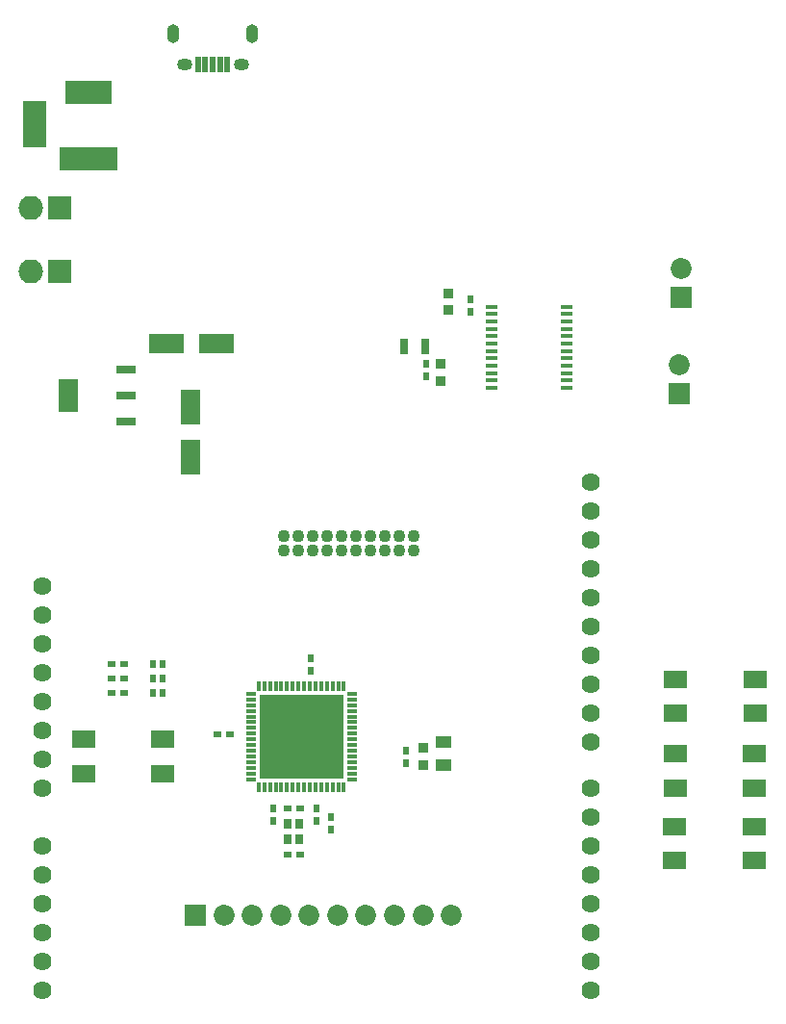
<source format=gts>
G04 #@! TF.FileFunction,Soldermask,Top*
%FSLAX46Y46*%
G04 Gerber Fmt 4.6, Leading zero omitted, Abs format (unit mm)*
G04 Created by KiCad (PCBNEW 4.0.2+dfsg1-stable) date on. 18. okt. 2017 kl. 17.34 +0200*
%MOMM*%
G01*
G04 APERTURE LIST*
%ADD10C,0.100000*%
%ADD11R,1.850000X1.850000*%
%ADD12C,1.850000*%
%ADD13R,2.100000X1.500000*%
%ADD14C,1.624000*%
%ADD15R,4.100000X2.100000*%
%ADD16R,5.100000X2.100000*%
%ADD17R,2.100000X4.100000*%
%ADD18R,0.700000X0.600000*%
%ADD19R,3.099740X1.700200*%
%ADD20R,1.700200X3.099740*%
%ADD21R,1.350000X1.100000*%
%ADD22R,0.500000X1.450000*%
%ADD23O,1.350000X1.050000*%
%ADD24O,1.100000X1.650000*%
%ADD25C,1.100000*%
%ADD26R,0.800000X1.400000*%
%ADD27R,0.500000X0.700000*%
%ADD28R,0.950000X0.400000*%
%ADD29R,0.400000X0.950000*%
%ADD30R,1.937500X1.937500*%
%ADD31R,0.600000X0.700000*%
%ADD32R,0.850000X0.900000*%
%ADD33R,0.800000X0.600000*%
%ADD34R,2.132000X2.132000*%
%ADD35O,2.132000X2.132000*%
%ADD36R,1.100000X0.320000*%
%ADD37R,0.750000X0.850000*%
%ADD38R,1.700000X0.700000*%
%ADD39R,1.700000X3.000000*%
G04 APERTURE END LIST*
D10*
D11*
X81300000Y-138700000D03*
D12*
X83800000Y-138700000D03*
X86300000Y-138700000D03*
X88800000Y-138700000D03*
X91300000Y-138700000D03*
X93800000Y-138700000D03*
X96300000Y-138700000D03*
X98800000Y-138700000D03*
X101300000Y-138700000D03*
X103800000Y-138700000D03*
D13*
X123560000Y-117900000D03*
X123560000Y-120900000D03*
X130560000Y-117900000D03*
X130560000Y-120900000D03*
D14*
X67818000Y-109728000D03*
X67818000Y-114808000D03*
X67818000Y-117348000D03*
X67818000Y-119888000D03*
X67818000Y-122428000D03*
X67818000Y-124968000D03*
X67818000Y-127508000D03*
X67818000Y-132588000D03*
X67818000Y-135128000D03*
X67818000Y-137668000D03*
X67818000Y-140208000D03*
X67818000Y-142748000D03*
X67818000Y-145288000D03*
X116078000Y-145288000D03*
X116078000Y-142748000D03*
X116078000Y-140208000D03*
X116078000Y-137668000D03*
X116078000Y-135128000D03*
X116078000Y-132588000D03*
X116078000Y-130048000D03*
X116078000Y-127508000D03*
X116078000Y-123444000D03*
X116078000Y-120904000D03*
X116078000Y-118364000D03*
X116078000Y-115824000D03*
X116078000Y-113284000D03*
X116078000Y-110744000D03*
X116078000Y-108204000D03*
X116078000Y-105664000D03*
X116078000Y-103124000D03*
X116078000Y-100584000D03*
X67818000Y-112268000D03*
D15*
X71900000Y-66250000D03*
D16*
X71900000Y-72100000D03*
D17*
X67100000Y-69100000D03*
D18*
X89366000Y-129286000D03*
X90466000Y-129286000D03*
D19*
X78700360Y-88410000D03*
X83099640Y-88410000D03*
D20*
X80850000Y-94010360D03*
X80850000Y-98409640D03*
D21*
X103124000Y-123460000D03*
X103124000Y-125460000D03*
D22*
X84104900Y-63792540D03*
X83454900Y-63792540D03*
X82804900Y-63792540D03*
X82154900Y-63792540D03*
X81504900Y-63792540D03*
D23*
X85304900Y-63792540D03*
X80304900Y-63792540D03*
D24*
X86304900Y-61092540D03*
X79304900Y-61092540D03*
D11*
X123850000Y-92760000D03*
D12*
X123850000Y-90260000D03*
D11*
X124050000Y-84310000D03*
D12*
X124050000Y-81810000D03*
D25*
X89027000Y-105283000D03*
X89027000Y-106553000D03*
X90297000Y-105283000D03*
X90297000Y-106553000D03*
X91567000Y-105283000D03*
X91567000Y-106553000D03*
X92837000Y-105283000D03*
X92837000Y-106553000D03*
X94107000Y-105283000D03*
X94107000Y-106553000D03*
X95377000Y-105283000D03*
X95377000Y-106553000D03*
X96647000Y-105283000D03*
X96647000Y-106553000D03*
X97917000Y-105283000D03*
X97917000Y-106553000D03*
X99187000Y-105283000D03*
X99187000Y-106553000D03*
X100457000Y-105283000D03*
X100457000Y-106553000D03*
D26*
X101534000Y-88646000D03*
X99634000Y-88646000D03*
D27*
X78428000Y-116586000D03*
X77528000Y-116586000D03*
X78428000Y-117856000D03*
X77528000Y-117856000D03*
X78428000Y-119126000D03*
X77528000Y-119126000D03*
D28*
X86150000Y-119200000D03*
X86150000Y-119700000D03*
X86150000Y-120200000D03*
X86150000Y-120700000D03*
X86150000Y-121200000D03*
X86150000Y-121700000D03*
X86150000Y-122200000D03*
X86150000Y-122700000D03*
X86150000Y-123200000D03*
X86150000Y-123700000D03*
X86150000Y-124200000D03*
X86150000Y-124700000D03*
X86150000Y-125200000D03*
X86150000Y-125700000D03*
X86150000Y-126200000D03*
X86150000Y-126700000D03*
D29*
X86850000Y-127400000D03*
X87350000Y-127400000D03*
X87850000Y-127400000D03*
X88350000Y-127400000D03*
X88850000Y-127400000D03*
X89350000Y-127400000D03*
X89850000Y-127400000D03*
X90350000Y-127400000D03*
X90850000Y-127400000D03*
X91350000Y-127400000D03*
X91850000Y-127400000D03*
X92350000Y-127400000D03*
X92850000Y-127400000D03*
X93350000Y-127400000D03*
X93850000Y-127400000D03*
X94350000Y-127400000D03*
D28*
X95050000Y-126700000D03*
X95050000Y-126200000D03*
X95050000Y-125700000D03*
X95050000Y-125200000D03*
X95050000Y-124700000D03*
X95050000Y-124200000D03*
X95050000Y-123700000D03*
X95050000Y-123200000D03*
X95050000Y-122700000D03*
X95050000Y-122200000D03*
X95050000Y-121700000D03*
X95050000Y-121200000D03*
X95050000Y-120700000D03*
X95050000Y-120200000D03*
X95050000Y-119700000D03*
X95050000Y-119200000D03*
D29*
X94350000Y-118500000D03*
X93850000Y-118500000D03*
X93350000Y-118500000D03*
X92850000Y-118500000D03*
X92350000Y-118500000D03*
X91850000Y-118500000D03*
X91350000Y-118500000D03*
X90850000Y-118500000D03*
X90350000Y-118500000D03*
X89850000Y-118500000D03*
X89350000Y-118500000D03*
X88850000Y-118500000D03*
X88350000Y-118500000D03*
X87850000Y-118500000D03*
X87350000Y-118500000D03*
X86850000Y-118500000D03*
D30*
X93356250Y-125706250D03*
X93356250Y-123868750D03*
X93356250Y-122031250D03*
X93356250Y-120193750D03*
X91518750Y-125706250D03*
X91518750Y-123868750D03*
X91518750Y-122031250D03*
X91518750Y-120193750D03*
X89681250Y-125706250D03*
X89681250Y-123868750D03*
X89681250Y-122031250D03*
X89681250Y-120193750D03*
X87843750Y-125706250D03*
X87843750Y-123868750D03*
X87843750Y-122031250D03*
X87843750Y-120193750D03*
D18*
X90466000Y-133350000D03*
X89366000Y-133350000D03*
D31*
X101600000Y-90128000D03*
X101600000Y-91228000D03*
D32*
X102870000Y-90182000D03*
X102870000Y-91682000D03*
X103550000Y-85460000D03*
X103550000Y-83960000D03*
D31*
X105500000Y-85560000D03*
X105500000Y-84460000D03*
X91948000Y-129244000D03*
X91948000Y-130344000D03*
X88138000Y-129244000D03*
X88138000Y-130344000D03*
X91440000Y-117136000D03*
X91440000Y-116036000D03*
X93218000Y-130006000D03*
X93218000Y-131106000D03*
D18*
X84350000Y-122800000D03*
X83250000Y-122800000D03*
D31*
X99822000Y-124164000D03*
X99822000Y-125264000D03*
D32*
X101346000Y-123964000D03*
X101346000Y-125464000D03*
D33*
X73872000Y-116586000D03*
X74972000Y-116586000D03*
X73872000Y-117856000D03*
X74972000Y-117856000D03*
X73872000Y-119126000D03*
X74972000Y-119126000D03*
D34*
X69342000Y-82042000D03*
D35*
X66802000Y-82042000D03*
D34*
X69342000Y-76454000D03*
D35*
X66802000Y-76454000D03*
D36*
X107350000Y-92285000D03*
X113950000Y-92285000D03*
X107350000Y-91635000D03*
X113950000Y-91635000D03*
X107350000Y-90985000D03*
X113950000Y-90985000D03*
X107350000Y-90335000D03*
X113950000Y-90335000D03*
X107350000Y-89685000D03*
X113950000Y-89685000D03*
X107350000Y-89035000D03*
X113950000Y-89035000D03*
X107350000Y-88385000D03*
X113950000Y-88385000D03*
X107350000Y-87735000D03*
X113950000Y-87735000D03*
X107350000Y-87085000D03*
X113950000Y-87085000D03*
X107350000Y-86435000D03*
X113950000Y-86435000D03*
X107350000Y-85785000D03*
X113950000Y-85785000D03*
X107350000Y-85135000D03*
X113950000Y-85135000D03*
D13*
X123460000Y-130880000D03*
X123460000Y-133880000D03*
X130460000Y-130880000D03*
X130460000Y-133880000D03*
X123500000Y-124484000D03*
X123500000Y-127484000D03*
X130500000Y-124484000D03*
X130500000Y-127484000D03*
X71430000Y-123214000D03*
X71430000Y-126214000D03*
X78430000Y-123214000D03*
X78430000Y-126214000D03*
D37*
X90441000Y-130668000D03*
X89391000Y-130668000D03*
X90441000Y-131968000D03*
X89391000Y-131968000D03*
D38*
X75150000Y-95260000D03*
D39*
X70100000Y-92960000D03*
D38*
X75150000Y-92960000D03*
X75150000Y-90660000D03*
M02*

</source>
